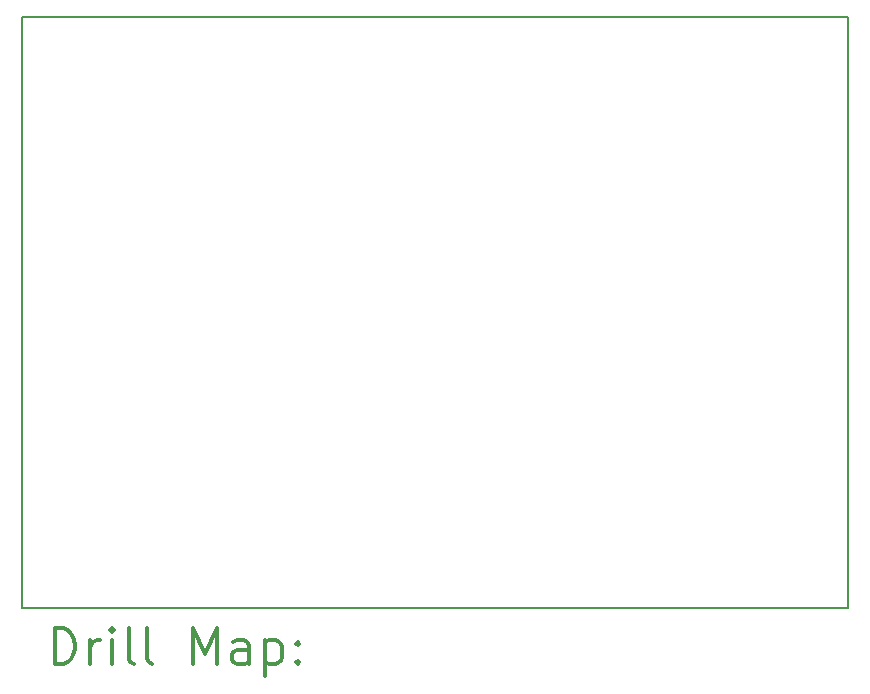
<source format=gbr>
%FSLAX45Y45*%
G04 Gerber Fmt 4.5, Leading zero omitted, Abs format (unit mm)*
G04 Created by KiCad (PCBNEW 5.1.12-84ad8e8a86~92~ubuntu20.04.1) date 2021-12-10 13:48:25*
%MOMM*%
%LPD*%
G01*
G04 APERTURE LIST*
%TA.AperFunction,Profile*%
%ADD10C,0.150000*%
%TD*%
%ADD11C,0.200000*%
%ADD12C,0.300000*%
G04 APERTURE END LIST*
D10*
X16850000Y-6800000D02*
X9850000Y-6800000D01*
X16850000Y-11800000D02*
X16850000Y-6800000D01*
X9850000Y-11800000D02*
X16850000Y-11800000D01*
X9850000Y-6800000D02*
X9850000Y-11800000D01*
D11*
D12*
X10128928Y-12273214D02*
X10128928Y-11973214D01*
X10200357Y-11973214D01*
X10243214Y-11987500D01*
X10271786Y-12016071D01*
X10286071Y-12044643D01*
X10300357Y-12101786D01*
X10300357Y-12144643D01*
X10286071Y-12201786D01*
X10271786Y-12230357D01*
X10243214Y-12258929D01*
X10200357Y-12273214D01*
X10128928Y-12273214D01*
X10428928Y-12273214D02*
X10428928Y-12073214D01*
X10428928Y-12130357D02*
X10443214Y-12101786D01*
X10457500Y-12087500D01*
X10486071Y-12073214D01*
X10514643Y-12073214D01*
X10614643Y-12273214D02*
X10614643Y-12073214D01*
X10614643Y-11973214D02*
X10600357Y-11987500D01*
X10614643Y-12001786D01*
X10628928Y-11987500D01*
X10614643Y-11973214D01*
X10614643Y-12001786D01*
X10800357Y-12273214D02*
X10771786Y-12258929D01*
X10757500Y-12230357D01*
X10757500Y-11973214D01*
X10957500Y-12273214D02*
X10928928Y-12258929D01*
X10914643Y-12230357D01*
X10914643Y-11973214D01*
X11300357Y-12273214D02*
X11300357Y-11973214D01*
X11400357Y-12187500D01*
X11500357Y-11973214D01*
X11500357Y-12273214D01*
X11771786Y-12273214D02*
X11771786Y-12116071D01*
X11757500Y-12087500D01*
X11728928Y-12073214D01*
X11671786Y-12073214D01*
X11643214Y-12087500D01*
X11771786Y-12258929D02*
X11743214Y-12273214D01*
X11671786Y-12273214D01*
X11643214Y-12258929D01*
X11628928Y-12230357D01*
X11628928Y-12201786D01*
X11643214Y-12173214D01*
X11671786Y-12158929D01*
X11743214Y-12158929D01*
X11771786Y-12144643D01*
X11914643Y-12073214D02*
X11914643Y-12373214D01*
X11914643Y-12087500D02*
X11943214Y-12073214D01*
X12000357Y-12073214D01*
X12028928Y-12087500D01*
X12043214Y-12101786D01*
X12057500Y-12130357D01*
X12057500Y-12216071D01*
X12043214Y-12244643D01*
X12028928Y-12258929D01*
X12000357Y-12273214D01*
X11943214Y-12273214D01*
X11914643Y-12258929D01*
X12186071Y-12244643D02*
X12200357Y-12258929D01*
X12186071Y-12273214D01*
X12171786Y-12258929D01*
X12186071Y-12244643D01*
X12186071Y-12273214D01*
X12186071Y-12087500D02*
X12200357Y-12101786D01*
X12186071Y-12116071D01*
X12171786Y-12101786D01*
X12186071Y-12087500D01*
X12186071Y-12116071D01*
M02*

</source>
